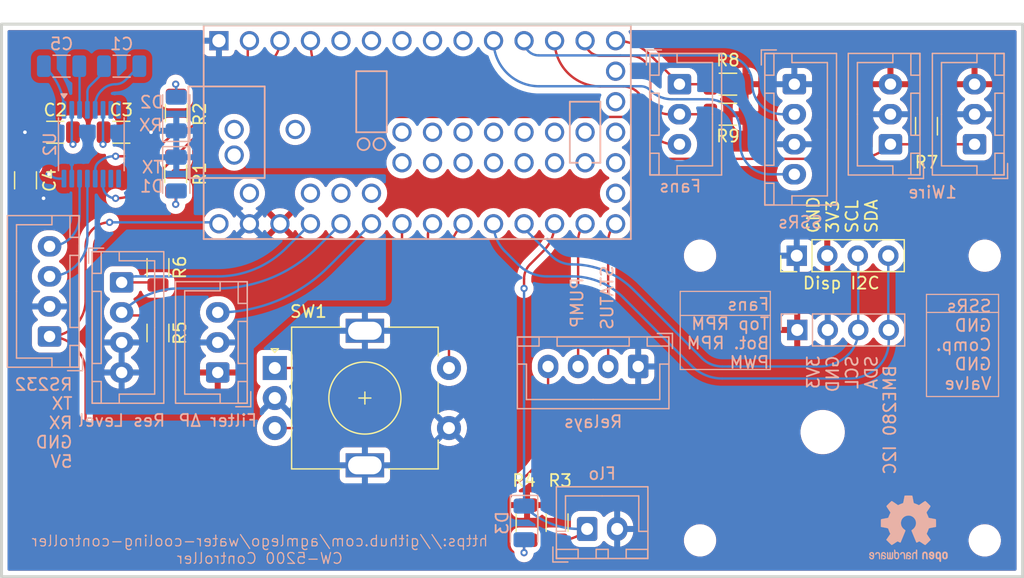
<source format=kicad_pcb>
(kicad_pcb (version 20240108) (generator "pcbnew") (generator_version "8.0")
  (title_block (title "CW-5200 Controller") (date "2024-08-01") (company "AGMLego") (comment 1 "https://github.com/agmlego/water-cooling-controller"))
  (layers (0 "F.Cu" signal) (31 "B.Cu" signal) (34 "B.Paste" user) (35 "F.Paste" user) (36 "B.SilkS" user "B.Silkscreen") (37 "F.SilkS" user "F.Silkscreen") (38 "B.Mask" user) (39 "F.Mask" user) (44 "Edge.Cuts" user))
  (net 0 "")
  (net 1 "Net-(U2-C2+)")
  (net 2 "Net-(U2-C2-)")
  (net 3 "GND")
  (net 4 "Net-(U2-VS+)")
  (net 5 "Net-(U2-VS-)")
  (net 6 "+3.3V")
  (net 7 "Net-(U2-C1-)")
  (net 8 "Net-(U2-C1+)")
  (net 9 "Net-(D1-A)")
  (net 10 "Net-(D2-A)")
  (net 11 "FLOW_OK")
  (net 12 "Net-(D3-A)")
  (net 13 "I2C_SCL")
  (net 14 "I2C_SDA")
  (net 15 "RES_LEVEL")
  (net 16 "RES_TCOMP")
  (net 17 "GNDA")
  (net 18 "FILTER_DP")
  (net 19 "TOP_RPM")
  (net 20 "BOTTOM_RPM")
  (net 21 "FAN_PWM")
  (net 22 "1WIRE")
  (net 23 "PUMP_RELAY")
  (net 24 "STATUS_RELAY")
  (net 25 "+5V")
  (net 26 "COMPRESSOR_RELAY")
  (net 27 "VALVE_RELAY")
  (net 28 "/232RX")
  (net 29 "/232TX")
  (net 30 "/TTLTX")
  (net 31 "/TTLRX")
  (net 32 "ENC_A")
  (net 33 "ENC_B")
  (net 34 "ENC_SW")
  (footprint "Resistor_SMD:R_1206_3216Metric" (layer "F.Cu") (at 106.525 116.25 -90)
    (property "Reference" "R6" (at 0 -1.82 90) (layer "F.SilkS"))
    (property "Value" "1.2k")
    (pad "1" smd roundrect (at -1.4625 0 270) (size 1.125 1.75) (layers "F.Cu" "F.Paste" "F.Mask") (roundrect_rratio 0.222222) (net 6 "+3.3V"))
    (pad "2" smd roundrect (at 1.4625 0 270) (size 1.125 1.75) (layers "F.Cu" "F.Paste" "F.Mask") (roundrect_rratio 0.222222) (net 15 "RES_LEVEL"))
  )
  (footprint "Resistor_SMD:R_1206_3216Metric" (layer "F.Cu") (at 153.9725 103.5 180)
    (property "Reference" "R9" (at 0 -1.82 360) (layer "F.SilkS"))
    (property "Value" "10k")
    (pad "1" smd roundrect (at -1.4625 0 180) (size 1.125 1.75) (layers "F.Cu" "F.Paste" "F.Mask") (roundrect_rratio 0.222222) (net 6 "+3.3V"))
    (pad "2" smd roundrect (at 1.4625 0 180) (size 1.125 1.75) (layers "F.Cu" "F.Paste" "F.Mask") (roundrect_rratio 0.222222) (net 20 "BOTTOM_RPM"))
  )
  (footprint "Resistor_SMD:R_1206_3216Metric" (layer "F.Cu") (at 153.9725 101 180)
    (property "Reference" "R8" (at 0 2 360) (layer "F.SilkS"))
    (property "Value" "10k")
    (pad "1" smd roundrect (at -1.4625 0 180) (size 1.125 1.75) (layers "F.Cu" "F.Paste" "F.Mask") (roundrect_rratio 0.222222) (net 6 "+3.3V"))
    (pad "2" smd roundrect (at 1.4625 0 180) (size 1.125 1.75) (layers "F.Cu" "F.Paste" "F.Mask") (roundrect_rratio 0.222222) (net 19 "TOP_RPM"))
  )
  (footprint "Capacitor_SMD:C_1206_3216Metric" (layer "F.Cu") (at 95.5 109 90)
    (property "Reference" "C4" (at 0 2 90) (layer "F.SilkS"))
    (property "Value" "0.1uF")
    (pad "1" smd roundrect (at -1.475 0 90) (size 1.15 1.8) (layers "F.Cu" "F.Paste" "F.Mask") (roundrect_rratio 0.217391) (net 3 "GND"))
    (pad "2" smd roundrect (at 1.475 0 90) (size 1.15 1.8) (layers "F.Cu" "F.Paste" "F.Mask") (roundrect_rratio 0.217391) (net 6 "+3.3V"))
  )
  (footprint "MountingHole:MountingHole_2.2mm_M2" (layer "F.Cu") (at 175.35 115.276)
    (property "Reference" "H4" (hide yes))
    (property "Value" "OLED" (hide yes))
    (pad "" np_thru_hole circle (at 0 0) (size 2.2 2.2) (drill 2.2) (layers "F&B.Cu" "*.Mask"))
  )
  (footprint "Resistor_SMD:R_1206_3216Metric" (layer "F.Cu") (at 106.525 121.7125 -90)
    (property "Reference" "R5" (at 0 -1.82 90) (layer "F.SilkS"))
    (property "Value" "1.2k")
    (pad "1" smd roundrect (at -1.4625 0 270) (size 1.125 1.75) (layers "F.Cu" "F.Paste" "F.Mask") (roundrect_rratio 0.222222) (net 16 "RES_TCOMP"))
    (pad "2" smd roundrect (at 1.4625 0 270) (size 1.125 1.75) (layers "F.Cu" "F.Paste" "F.Mask") (roundrect_rratio 0.222222) (net 6 "+3.3V"))
  )
  (footprint "Resistor_SMD:R_1206_3216Metric" (layer "F.Cu") (at 170.5 104.5 90)
    (property "Reference" "R7" (at -3 0 180) (layer "F.SilkS"))
    (property "Value" "4.7k")
    (pad "1" smd roundrect (at -1.4625 0 90) (size 1.125 1.75) (layers "F.Cu" "F.Paste" "F.Mask") (roundrect_rratio 0.222222) (net 22 "1WIRE"))
    (pad "2" smd roundrect (at 1.4625 0 90) (size 1.125 1.75) (layers "F.Cu" "F.Paste" "F.Mask") (roundrect_rratio 0.222222) (net 6 "+3.3V"))
  )
  (footprint "Resistor_SMD:R_1206_3216Metric" (layer "F.Cu") (at 139.75 137.5 -90)
    (property "Reference" "R3" (at -3.5 -0.25 180) (layer "F.SilkS"))
    (property "Value" "10k")
    (pad "1" smd roundrect (at -1.4625 0 270) (size 1.125 1.75) (layers "F.Cu" "F.Paste" "F.Mask") (roundrect_rratio 0.222222) (net 6 "+3.3V"))
    (pad "2" smd roundrect (at 1.4625 0 270) (size 1.125 1.75) (layers "F.Cu" "F.Paste" "F.Mask") (roundrect_rratio 0.222222) (net 11 "FLOW_OK"))
  )
  (footprint "Resistor_SMD:R_1206_3216Metric" (layer "F.Cu") (at 108.05 103.4025 90)
    (property "Reference" "R2" (at -0.0975 1.95 90) (layer "F.SilkS"))
    (property "Value" "220")
    (pad "1" smd roundrect (at -1.4625 0 90) (size 1.125 1.75) (layers "F.Cu" "F.Paste" "F.Mask") (roundrect_rratio 0.222222) (net 31 "/TTLRX"))
    (pad "2" smd roundrect (at 1.4625 0 90) (size 1.125 1.75) (layers "F.Cu" "F.Paste" "F.Mask") (roundrect_rratio 0.222222) (net 10 "Net-(D2-A)"))
  )
  (footprint "Capacitor_SMD:C_1206_3216Metric" (layer "F.Cu") (at 97.975 105)
    (property "Reference" "C2" (at 0 -1.85 360) (layer "F.SilkS"))
    (property "Value" "0.1uF")
    (pad "1" smd roundrect (at -1.475 0) (size 1.15 1.8) (layers "F.Cu" "F.Paste" "F.Mask") (roundrect_rratio 0.217391) (net 3 "GND"))
    (pad "2" smd roundrect (at 1.475 0) (size 1.15 1.8) (layers "F.Cu" "F.Paste" "F.Mask") (roundrect_rratio 0.217391) (net 4 "Net-(U2-VS+)"))
  )
  (footprint "MountingHole:MountingHole_2.2mm_M2" (layer "F.Cu") (at 151.65 138.976)
    (property "Reference" "H5" (hide yes))
    (property "Value" "OLED" (hide yes))
    (pad "" np_thru_hole circle (at 0 0) (size 2.2 2.2) (drill 2.2) (layers "F&B.Cu" "*.Mask"))
  )
  (footprint "MountingHole:MountingHole_2.2mm_M2" (layer "F.Cu") (at 151.65 115.276)
    (property "Reference" "H3" (hide yes))
    (property "Value" "OLED" (hide yes))
    (pad "" np_thru_hole circle (at 0 0) (size 2.2 2.2) (drill 2.2) (layers "F&B.Cu" "*.Mask"))
  )
  (footprint "Rotary_Encoder:RotaryEncoder_Alps_EC11E-Switch_Vertical_H20mm" (layer "F.Cu") (at 116.25 124.626)
    (property "Reference" "SW1" (at 2.8 -4.7 0) (layer "F.SilkS"))
    (property "Value" "EC11E18244A5")
    (pad "A" thru_hole rect (at 0 0) (size 2 2) (drill 1) (layers "*.Cu" "*.Mask") (net 32 "ENC_A"))
    (pad "B" thru_hole circle (at 0 5) (size 2 2) (drill 1) (layers "*.Cu" "*.Mask") (net 33 "ENC_B"))
    (pad "C" thru_hole circle (at 0 2.5) (size 2 2) (drill 1) (layers "*.Cu" "*.Mask") (net 3 "GND"))
    (pad "MP" thru_hole rect (at 7.5 -3.1) (size 3.2 2) (drill oval 2.8 1.5) (layers "*.Cu" "*.Mask") (net 3 "GND"))
    (pad "MP" thru_hole rect (at 7.5 8.1) (size 3.2 2) (drill oval 2.8 1.5) (layers "*.Cu" "*.Mask") (net 3 "GND"))
    (pad "S1" thru_hole circle (at 14.5 5) (size 2 2) (drill 1) (layers "*.Cu" "*.Mask") (net 3 "GND"))
    (pad "S2" thru_hole circle (at 14.5 0) (size 2 2) (drill 1) (layers "*.Cu" "*.Mask") (net 34 "ENC_SW"))
  )
  (footprint "MountingHole:MountingHole_3.2mm_M3" (layer "F.Cu") (at 161.859 129.96)
    (property "Reference" "H7" (hide yes))
    (property "Value" "BME280" (hide yes))
    (pad "" np_thru_hole circle (at 0 0) (size 3.2 3.2) (drill 3.2) (layers "F&B.Cu" "*.Mask"))
  )
  (footprint "Connector_PinHeader_2.54mm:PinHeader_1x04_P2.54mm_Vertical" (layer "F.Cu") (at 159.7 115.276 90)
    (property "Reference" "J2" (hide yes))
    (property "Value" "Disp I2C" (at -2.286 3.7084 180) (layer "F.SilkS"))
    (pad "1" thru_hole rect (at 0 0 90) (size 1.7 1.7) (drill 1) (layers "*.Cu" "*.Mask") (net 3 "GND"))
    (pad "2" thru_hole oval (at 0 2.54 90) (size 1.7 1.7) (drill 1) (layers "*.Cu" "*.Mask") (net 6 "+3.3V"))
    (pad "3" thru_hole oval (at 0 5.08 90) (size 1.7 1.7) (drill 1) (layers "*.Cu" "*.Mask") (net 13 "I2C_SCL"))
    (pad "4" thru_hole oval (at 0 7.62 90) (size 1.7 1.7) (drill 1) (layers "*.Cu" "*.Mask") (net 14 "I2C_SDA"))
  )
  (footprint "Capacitor_SMD:C_1206_3216Metric" (layer "F.Cu") (at 103.475 105)
    (property "Reference" "C3" (at 0 -1.85 360) (layer "F.SilkS"))
    (property "Value" "0.1uF")
    (pad "1" smd roundrect (at -1.475 0) (size 1.15 1.8) (layers "F.Cu" "F.Paste" "F.Mask") (roundrect_rratio 0.217391) (net 5 "Net-(U2-VS-)"))
    (pad "2" smd roundrect (at 1.475 0) (size 1.15 1.8) (layers "F.Cu" "F.Paste" "F.Mask") (roundrect_rratio 0.217391) (net 3 "GND"))
  )
  (footprint "Resistor_SMD:R_1206_3216Metric" (layer "F.Cu") (at 137.25 137.5 -90)
    (property "Reference" "R4" (at -3.5 0.25 180) (layer "F.SilkS"))
    (property "Value" "220")
    (pad "1" smd roundrect (at -1.4625 0 270) (size 1.125 1.75) (layers "F.Cu" "F.Paste" "F.Mask") (roundrect_rratio 0.222222) (net 6 "+3.3V"))
    (pad "2" smd roundrect (at 1.4625 0 270) (size 1.125 1.75) (layers "F.Cu" "F.Paste" "F.Mask") (roundrect_rratio 0.222222) (net 12 "Net-(D3-A)"))
  )
  (footprint "Resistor_SMD:R_1206_3216Metric" (layer "F.Cu") (at 108 108.4625 -90)
    (property "Reference" "R1" (at 0 -2 90) (layer "F.SilkS"))
    (property "Value" "220")
    (pad "1" smd roundrect (at -1.4625 0 270) (size 1.125 1.75) (layers "F.Cu" "F.Paste" "F.Mask") (roundrect_rratio 0.222222) (net 30 "/TTLTX"))
    (pad "2" smd roundrect (at 1.4625 0 270) (size 1.125 1.75) (layers "F.Cu" "F.Paste" "F.Mask") (roundrect_rratio 0.222222) (net 9 "Net-(D1-A)"))
  )
  (footprint "MountingHole:MountingHole_2.2mm_M2" (layer "F.Cu") (at 175.35 138.976)
    (property "Reference" "H6" (hide yes))
    (property "Value" "OLED" (hide yes))
    (pad "" np_thru_hole circle (at 0 0) (size 2.2 2.2) (drill 2.2) (layers "F&B.Cu" "*.Mask"))
  )
  (footprint "Connector_JST:JST_XH_B3B-XH-A_1x03_P2.50mm_Vertical" (layer "B.Cu") (at 167.5 106 90)
    (property "Reference" "J7" (hide yes))
    (property "Value" "1Wire" (at -4 3.5 0) (layer "B.SilkS") (effects (justify mirror)))
    (pad "1" thru_hole roundrect (at 0 0 90) (size 1.7 1.95) (drill 0.95) (layers "*.Cu" "*.Mask") (roundrect_rratio 0.147059) (net 22 "1WIRE"))
    (pad "2" thru_hole oval (at 2.5 0 90) (size 1.7 1.95) (drill 0.95) (layers "*.Cu" "*.Mask") (net 3 "GND"))
    (pad "3" thru_hole oval (at 5 0 90) (size 1.7 1.95) (drill 0.95) (layers "*.Cu" "*.Mask") (net 6 "+3.3V"))
  )
  (footprint "Capacitor_SMD:C_1206_3216Metric" (layer "B.Cu") (at 103.5 99.5 180)
    (property "Reference" "C1" (at 0 1.85 360) (layer "B.SilkS") (effects (justify mirror)))
    (property "Value" "0.1uF")
    (pad "1" smd roundrect (at -1.475 0 180) (size 1.15 1.8) (layers "B.Cu" "B.Paste" "B.Mask") (roundrect_rratio 0.217391) (net 2 "Net-(U2-C2-)"))
    (pad "2" smd roundrect (at 1.475 0 180) (size 1.15 1.8) (layers "B.Cu" "B.Paste" "B.Mask") (roundrect_rratio 0.217391) (net 1 "Net-(U2-C2+)"))
  )
  (footprint "Capacitor_SMD:C_1206_3216Metric" (layer "B.Cu") (at 98.5 99.5 180)
    (property "Reference" "C5" (at 0 1.85 360) (layer "B.SilkS") (effects (justify mirror)))
    (property "Value" "0.1uF")
    (pad "1" smd roundrect (at -1.475 0 180) (size 1.15 1.8) (layers "B.Cu" "B.Paste" "B.Mask") (roundrect_rratio 0.217391) (net 7 "Net-(U2-C1-)"))
    (pad "2" smd roundrect (at 1.475 0 180) (size 1.15 1.8) (layers "B.Cu" "B.Paste" "B.Mask") (roundrect_rratio 0.217391) (net 8 "Net-(U2-C1+)"))
  )
  (footprint "Symbol:OSHW-Logo2_7.3x6mm_SilkScreen" (layer "B.Cu") (at 169 138 180)
    (property "Reference" "REF**" (hide yes))
    (property "Value" "OSHW-Logo2_7.3x6mm_SilkScreen" (hide yes))
  )
  (footprint "Connector_JST:JST_XH_B4B-XH-A_1x04_P2.50mm_Vertical" (layer "B.Cu") (at 103.5 117.5 -90)
    (property "Reference" "J4" (hide yes))
    (property "Value" "Res Level" (at 11.5 0 0) (layer "B.SilkS") (effects (justify mirror)))
    (pad "1" thru_hole roundrect (at 0 0 270) (size 1.7 1.95) (drill 0.95) (layers "*.Cu" "*.Mask") (roundrect_rratio 0.147059) (net 15 "RES_LEVEL"))
    (pad "2" thru_hole oval (at 2.5 0 270) (size 1.7 1.95) (drill 0.95) (layers "*.Cu" "*.Mask") (net 16 "RES_TCOMP"))
    (pad "3" thru_hole oval (at 5 0 270) (size 1.7 1.95) (drill 0.95) (layers "*.Cu" "*.Mask") (net 17 "GNDA"))
    (pad "4" thru_hole oval (at 7.5 0 270) (size 1.7 1.95) (drill 0.95) (layers "*.Cu" "*.Mask") (net 17 "GNDA"))
  )
  (footprint "Connector_JST:JST_XH_B4B-XH-A_1x04_P2.50mm_Vertical" (layer "B.Cu") (at 97.5 122 90)
    (property "Reference" "J11" (hide yes))
    (property "Value" "RS232" (at -4 -0.5 0) (layer "B.SilkS") (effects (justify mirror)))
    (pad "1" thru_hole roundrect (at 0 0 90) (size 1.7 1.95) (drill 0.95) (layers "*.Cu" "*.Mask") (roundrect_rratio 0.147059) (net 25 "+5V"))
    (pad "2" thru_hole oval (at 2.5 0 90) (size 1.7 1.95) (drill 0.95) (layers "*.Cu" "*.Mask") (net 3 "GND"))
    (pad "3" thru_hole oval (at 5 0 90) (size 1.7 1.95) (drill 0.95) (layers "*.Cu" "*.Mask") (net 28 "/232RX"))
    (pad "4" thru_hole oval (at 7.5 0 90) (size 1.7 1.95) (drill 0.95) (layers "*.Cu" "*.Mask") (net 29 "/232TX"))
  )
  (footprint "Teensy:Teensy30_31_32_All_Pins" (layer "B.Cu") (at 128.11 105)
    (property "Reference" "U1" (hide yes))
    (property "Value" "Teensy3.2")
    (pad "1" thru_hole rect (at -16.51 -7.62) (size 1.6 1.6) (drill 1.1) (layers "*.Cu" "*.Mask") (net 3 "GND"))
    (pad "2" thru_hole circle (at -13.97 -7.62) (size 1.6 1.6) (drill 1.1) (layers "*.Cu" "*.Mask") (net 31 "/TTLRX"))
    (pad "3" thru_hole circle (at -11.43 -7.62) (size 1.6 1.6) (drill 1.1) (layers "*.Cu" "*.Mask") (net 30 "/TTLTX"))
    (pad "4" thru_hole circle (at -8.89 -7.62) (size 1.6 1.6) (drill 1.1) (layers "*.Cu" "*.Mask") (net 22 "1WIRE"))
    (pad "5" thru_hole circle (at -6.35 -7.62) (size 1.6 1.6) (drill 1.1) (layers "*.Cu" "*.Mask"))
    (pad "6" thru_hole circle (at -3.81 -7.62) (size 1.6 1.6) (drill 1.1) (layers "*.Cu" "*.Mask"))
    (pad "7" thru_hole circle (at -1.27 -7.62) (size 1.6 1.6) (drill 1.1) (layers "*.Cu" "*.Mask"))
    (pad "8" thru_hole circle (at 1.27 -7.62) (size 1.6 1.6) (drill 1.1) (layers "*.Cu" "*.Mask"))
    (pad "9" thru_hole circle (at 3.81 -7.62) (size 1.6 1.6) (drill 1.1) (layers "*.Cu" "*.Mask"))
    (pad "10" thru_hole circle (at 6.35 -7.62) (size 1.6 1.6) (drill 1.1) (layers "*.Cu" "*.Mask") (net 27 "VALVE_RELAY"))
    (pad "11" thru_hole circle (at 8.89 -7.62) (size 1.6 1.6) (drill 1.1) (layers "*.Cu" "*.Mask") (net 26 "COMPRESSOR_RELAY"))
    (pad "12" thru_hole circle (at 11.43 -7.62) (size 1.6 1.6) (drill 1.1) (layers "*.Cu" "*.Mask") (net 21 "FAN_PWM"))
    (pad "13" thru_hole circle (at 13.97 -7.62) (size 1.6 1.6) (drill 1.1) (layers "*.Cu" "*.Mask") (net 20 "BOTTOM_RPM"))
    (pad "14" thru_hole circle (at 16.51 -7.62) (size 1.6 1.6) (drill 1.1) (layers "*.Cu" "*.Mask") (net 19 "TOP_RPM"))
    (pad "15" thru_hole circle (at 16.51 -5.08) (size 1.6 1.6) (drill 1.1) (layers "*.Cu" "*.Mask"))
    (pad "16" thru_hole circle (at 16.51 -2.54) (size 1.6 1.6) (drill 1.1) (layers "*.Cu" "*.Mask"))
    (pad "17" thru_hole circle (at 16.51 0) (size 1.6 1.6) (drill 1.1) (layers "*.Cu" "*.Mask"))
    (pad "18" thru_hole circle (at 16.51 2.54) (size 1.6 1.6) (drill 1.1) (layers "*.Cu" "*.Mask"))
    (pad "19" thru_hole circle (at 16.51 5.08) (size 1.6 1.6) (drill 1.1) (layers "*.Cu" "*.Mask"))
    (pad "20" thru_hole circle (at 16.51 7.62) (size 1.6 1.6) (drill 1.1) (layers "*.Cu" "*.Mask") (net 24 "STATUS_RELAY"))
    (pad "21" thru_hole circle (at 13.97 7.62) (size 1.6 1.6) (drill 1.1) (layers "*.Cu" "*.Mask") (net 23 "PUMP_RELAY"))
    (pad "22" thru_hole circle (at 11.43 7.62) (size 1.6 1.6) (drill 1.1) (layers "*.Cu" "*.Mask") (net 11 "FLOW_OK"))
    (pad "23" thru_hole circle (at 8.89 7.62) (size 1.6 1.6) (drill 1.1) (layers "*.Cu" "*.Mask") (net 13 "I2C_SCL"))
    (pad "24" thru_hole circle (at 6.35 7.62) (size 1.6 1.6) (drill 1.1) (layers "*.Cu" "*.Mask") (net 14 "I2C_SDA"))
    (pad "25" thru_hole circle (at 3.81 7.62) (size 1.6 1.6) (drill 1.1) (layers "*.Cu" "*.Mask") (net 34 "ENC_SW"))
    (pad "26" thru_hole circle (at 1.27 7.62) (size 1.6 1.6) (drill 1.1) (layers "*.Cu" "*.Mask") (net 33 "ENC_B"))
    (pad "27" thru_hole circle (at -1.27 7.62) (size 1.6 1.6) (drill 1.1) (layers "*.Cu" "*.Mask") (net 32 "ENC_A"))
    (pad "28" thru_hole circle (at -3.81 7.62) (size 1.6 1.6) (drill 1.1) (layers "*.Cu" "*.Mask") (net 18 "FILTER_DP"))
    (pad "29" thru_hole circle (at -6.35 7.62) (size 1.6 1.6) (drill 1.1) (layers "*.Cu" "*.Mask") (net 16 "RES_TCOMP"))
    (pad "30" thru_hole circle (at -8.89 7.62) (size 1.6 1.6) (drill 1.1) (layers "*.Cu" "*.Mask") (net 15 "RES_LEVEL"))
    (pad "31" thru_hole circle (at -11.43 7.62) (size 1.6 1.6) (drill 1.1) (layers "*.Cu" "*.Mask") (net 6 "+3.3V"))
    (pad "32" thru_hole circle (at -13.97 7.62) (size 1.6 1.6) (drill 1.1) (layers "*.Cu" "*.Mask") (net 17 "GNDA"))
    (pad "33" thru_hole circle (at -16.51 7.62) (size 1.6 1.6) (drill 1.1) (layers "*.Cu" "*.Mask") (net 25 "+5V"))
    (pad "34" thru_hole circle (at -13.97 5.08) (size 1.6 1.6) (drill 1.1) (layers "*.Cu" "*.Mask"))
    (pad "35" thru_hole circle (at -8.89 5.08) (size 1.6 1.6) (drill 1.1) (layers "*.Cu" "*.Mask"))
    (pad "36" thru_hole circle (at -6.35 5.08) (size 1.6 1.6) (drill 1.1) (layers "*.Cu" "*.Mask"))
    (pad "37" thru_hole circle (at -3.81 5.08) (size 1.6 1.6) (drill 1.1) (layers "*.Cu" "*.Mask"))
    (pad "38" thru_hole circle (at -10.16 -0.23) (size 1.6 1.6) (drill 1.1) (layers "*.Cu" "*.Mask"))
    (pad "39" thru_hole circle (at -15.24 -0.23) (size 1.6 1.6) (drill 1.1) (layers "*.Cu" "*.Mask"))
    (pad "40" thru_hole circle (at -15.24 1.9) (size 1.6 1.6) (drill 1.1) (layers "*.Cu" "*.Mask"))
    (pad "41" thru_hole circle (at -1.27 2.54) (size 1.6 1.6) (drill 1.1) (layers "*.Cu" "*.Mask"))
    (pad "42" thru_hole circle (at 1.27 2.54) (size 1.6 1.6) (drill 1.1) (layers "*.Cu" "*.Mask"))
    (pad "43" thru_hole circle (at 3.81 2.54) (size 1.6 1.6) (drill 1.1) (layers "*.Cu" "*.Mask"))
    (pad "44" thru_hole circle (at 6.35 2.54 270) (size 1.6 1.6) (drill 1.1) (layers "*.Cu" "*.Mask"))
    (pad "45" thru_hole circle (at 8.89 2.54) (size 1.6 1.6) (drill 1.1) (layers "*.Cu" "*.Mask"))
    (pad "46" thru_hole circle (at 11.43 2.54) (size 1.6 1.6) (drill 1.1) (layers "*.Cu" "*.Mask"))
    (pad "47" thru_hole circle (at 13.97 2.54) (size 1.6 1.6) (drill 1.1) (layers "*.Cu" "*.Mask"))
    (pad "48" thru_hole circle (at 13.97 0) (size 1.6 1.6) (drill 1.1) (layers "*.Cu" "*.Mask"))
    (pad "49" thru_hole circle (at 11.43 0) (size 1.6 1.6) (drill 1.1) (layers "*.Cu" "*.Mask"))
    (pad "50" thru_hole circle (at 8.89 0) (size 1.6 1.6) (drill 1.1) (layers "*.Cu" "*.Mask"))
    (pad "51" thru_hole circle (at 6.35 0) (size 1.6 1.6) (drill 1.1) (layers "*.Cu" "*.Mask"))
    (pad "52" thru_hole circle (at 3.81 0) (size 1.6 1.6) (drill 1.1) (layers "*.Cu" "*.Mask"))
    (pad "53" thru_hole circle (at 1.27 0) (size 1.6 1.6) (drill 1.1) (layers "*.Cu" "*.Mask"))
    (pad "54" thru_hole circle (at -1.27 0) (size 1.6 1.6) (drill 1.1) (layers "*.Cu" "*.Mask"))
  )
  (footprint "LED_SMD:LED_1206_3216Metric" (layer "B.Cu") (at 137 137.52 -90)
    (property "Reference" "D3" (at 0 1.82 90) (layer "B.SilkS") (effects (justify mirror)))
    (property "Value" "GREEN")
    (pad "1" smd roundrect (at -1.4 0 270) (size 1.25 1.75) (layers "B.Cu" "B.Paste" "B.Mask") (roundrect_rratio 0.2) (net 11 "FLOW_OK"))
    (pad "2" smd roundrect (at 1.4 0 270) (size 1.25 1.75) (layers "B.Cu" "B.Paste" "B.Mask") (roundrect_rratio 0.2) (net 12 "Net-(D3-A)"))
  )
  (footprint "LED_SMD:LED_1206_3216Metric" (layer "B.Cu") (at 108.05 103.4825 90)
    (property "Reference" "D2" (at 0.9825 -2.05 0) (layer "B.SilkS") (effects (justify mirror)))
    (property "Value" "GREEN")
    (pad "1" smd roundrect (at -1.4 0 90) (size 1.25 1.75) (layers "B.Cu" "B.Paste" "B.Mask") (roundrect_rratio 0.2) (net 3 "GND"))
    (pad "2" smd roundrect (at 1.4 0 90) (size 1.25 1.75) (layers "B.Cu" "B.Paste" "B.Mask") (roundrect_rratio 0.2) (net 10 "Net-(D2-A)"))
  )
  (footprint "Connector_PinHeader_2.54mm:PinHeader_1x04_P2.54mm_Vertical" (layer "B.Cu") (at 159.739 121.46 -90)
    (property "Reference" "J1" (hide yes))
    (property "Value" "BME280 I2C" (at 7.484 -7.708 90) (layer "B.SilkS") (effects (justify mirror)))
    (pad "1" thru_hole rect (at 0 0 270) (size 1.7 1.7) (drill 1) (layers "*.Cu" "*.Mask") (net 6 "+3.3V"))
    (pad "2" thru_hole oval (at 0 -2.54 270) (size 1.7 1.7) (drill 1) (layers "*.Cu" "*.Mask") (net 3 "GND"))
    (pad "3" thru_hole oval (at 0 -5.08 270) (size 1.7 1.7) (drill 1) (layers "*.Cu" "*.Mask") (net 13 "I2C_SCL"))
    (pad "4" thru_hole oval (at 0 -7.62 270) (size 1.7 1.7) (drill 1) (layers "*.Cu" "*.Mask") (net 14 "I2C_SDA"))
  )
  (footprint "LED_SMD:LED_1206_3216Metric" (layer "B.Cu") (at 108.05 108.4825 -90)
    (property "Reference" "D1" (at 1.0175 2.05 0) (layer "B.SilkS") (effects (justify mirror)))
    (property "Value" "GREEN")
    (pad "1" smd roundrect (at -1.4 0 270) (size 1.25 1.75) (layers "B.Cu" "B.Paste" "B.Mask") (roundrect_rratio 0.2) (net 3 "GND"))
    (pad "2" smd roundrect (at 1.4 0 270) (size 1.25 1.75) (layers "B.Cu" "B.Paste" "B.Mask") (roundrect_rratio 0.2) (net 9 "Net-(D1-A)"))
  )
  (footprint "Connector_JST:JST_XH_B4B-XH-A_1x04_P2.50mm_Vertical" (layer "B.Cu") (at 146.5 124.5 180)
    (property "Reference" "J9" (hide yes))
    (property "Value" "Relays" (at 3.75 -4.6 360) (layer "B.SilkS") (effects (justify mirror)))
    (pad "1" thru_hole roundrect (at 0 0 180) (size 1.7 1.95) (drill 0.95) (layers "*.Cu" "*.Mask") (roundrect_rratio 0.147059) (net 3 "GND"))
    (pad "2" thru_hole oval (at 2.5 0 180) (size 1.7 1.95) (drill 0.95) (layers "*.Cu" "*.Mask") (net 24 "STATUS_RELAY"))
    (pad "3" thru_hole oval (at 5 0 180) (size 1.7 1.95) (drill 0.95) (layers "*.Cu" "*.Mask") (net 23 "PUMP_RELAY"))
    (pad "4" thru_hole oval (at 7.5 0 180) (size 1.7 1.95) (drill 0.95) (layers "*.Cu" "*.Mask") (net 25 "+5V"))
  )
  (footprint "Connector_JST:JST_XH_B3B-XH-A_1x03_P2.50mm_Vertical" (layer "B.Cu") (at 149.935 101 -90)
    (property "Reference" "J6" (hide yes))
    (property "Value" "Fans" (at 8.5 -0.065 0) (layer "B.SilkS") (effects (justify mirror)))
    (pad "1" thru_hole roundrect (at 0 0 270) (size 1.7 1.95) (drill 0.95) (layers "*.Cu" "*.Mask") (roundrect_rratio 0.147059) (net 19 "TOP_RPM"))
    (pad "2" thru_hole oval (at 2.5 0 270) (size 1.7 1.95) (drill 0.95) (layers "*.Cu" "*.Mask") (net 20 "BOTTOM_RPM"))
    (pad "3" thru_hole oval (at 5 0 270) (size 1.7 1.95) (drill 0.95) (layers "*.Cu" "*.Mask") (net 21 "FAN_PWM"))
  )
  (footprint "Connector_JST:JST_XH_B4B-XH-A_1x04_P2.50mm_Vertical" (layer "B.Cu") (at 159.5 101 -90)
    (property "Reference" "J10" (hide yes))
    (property "Value" "SSRs" (at 11.5 -0.5 0) (layer "B.SilkS") (effects (justify mirror)))
    (pad "1" thru_hole roundrect (at 0 0 270) (size 1.7 1.95) (drill 0.95) (layers "*.Cu" "*.Mask") (roundrect_rratio 0.147059) (net 3 "GND"))
    (pad "2" thru_hole oval (at 2.5 0 270) (size 1.7 1.95) (drill 0.95) (layers "*.Cu" "*.Mask") (net 26 "COMPRESSOR_RELAY"))
    (pad "3" thru_hole oval (at 5 0 270) (size 1.7 1.95) (drill 0.95) (layers "*.Cu" "*.Mask") (net 3 "GND"))
    (pad "4" thru_hole oval (at 7.5 0 270) (size 1.7 1.95) (drill 0.95) (layers "*.Cu" "*.Mask") (net 27 "VALVE_RELAY"))
  )
  (footprint "Connector_JST:JST_XH_B3B-XH-A_1x03_P2.50mm_Vertical" (layer "B.Cu") (at 111.5 125 90)
    (property "Reference" "J5" (hide yes))
    (property "Value" "Filter ΔP" (at -4 0 0) (layer "B.SilkS") (effects (justify mirror)))
    (pad "1" thru_hole roundrect (at 0 0 90) (size 1.7 1.95) (drill 0.95) (layers "*.Cu" "*.Mask") (roundrect_rratio 0.147059) (net 6 "+3.3V"))
    (pad "2" thru_hole oval (at 2.5 0 90) (size 1.7 1.95) (drill 0.95) (layers "*.Cu" "*.Mask") (net 17 "GNDA"))
    (pad "3" thru_hole oval (at 5 0 90) (size 1.7 1.95) (drill 0.95) (layers "*.Cu" "*.Mask") (net 18 "FILTER_DP"))
  )
  (footprint "Connector_JST:JST_XH_B3B-XH-A_1x03_P2.50mm_Vertical" (layer "B.Cu") (at 174.5 106 90)
    (property "Reference" "J8" (hide yes))
    (property "Value" "1Wire")
    (pad "1" thru_hole roundrect (at 0 0 90) (size 1.7 1.95) (drill 0.95) (layers "*.Cu" "*.Mask") (roundrect_rratio 0.147059) (net 22 "1WIRE"))
    (pad "2" thru_hole oval (at 2.5 0 90) (size 1.7 1.95) (drill 0.95) (layers "*.Cu" "*.Mask") (net 3 "GND"))
    (pad "3" thru_hole oval (at 5 0 90) (size 1.7 1.95) (drill 0.95) (layers "*.Cu" "*.Mask") (net 6 "+3.3V"))
  )
  (footprint "Connector_JST:JST_XH_B2B-XH-A_1x02_P2.50mm_Vertical" (layer "B.Cu") (at 142.25 138.025)
    (property "Reference" "J3" (hide yes))
    (property "Value" "Flo" (at 1.25 -4.6 360) (layer "B.SilkS") (effects (justify mirror)))
    (pad "1" thru_hole roundrect (at 0 0) (size 1.7 2) (drill 1) (layers "*.Cu" "*.Mask") (roundrect_rratio 0.147059) (net 11 "FLOW_OK"))
    (pad "2" thru_hole oval (at 2.5 0) (size 1.7 2) (drill 1) (layers "*.Cu" "*.Mask") (net 3 "GND"))
  )
  (footprint "Package_SO:TSSOP-16_4.4x5mm_P0.65mm" (layer "B.Cu") (at 100.975 106 -90)
    (property "Reference" "U2" (at 0 3.45 90) (layer "B.SilkS") (effects (justify mirror)))
    (property "Value" "MAX3232")
    (pad "1" smd roundrect (at -2.8625 2.275 270) (size 1.475 0.4) (layers "B.Cu" "B.Paste" "B.Mask") (net 8 "Net-(U2-C1+)"))
    (pad "2" smd roundrect (at -2.8625 1.625 270) (size 1.475 0.4) (layers "B.Cu" "B.Paste" "B.Mask") (net 4 "Net-(U2-VS+)"))
    (pad "3" smd roundrect (at -2.8625 0.975 270) (size 1.475 0.4) (layers "B.Cu" "B.Paste" "B.Mask") (net 7 "Net-(U2-C1-)"))
    (pad "4" smd roundrect (at -2.8625 0.325 270) (size 1.475 0.4) (layers "B.Cu" "B.Paste" "B.Mask") (net 1 "Net-(U2-C2+)"))
    (pad "5" smd roundrect (at -2.8625 -0.325 270) (size 1.475 0.4) (layers "B.Cu" "B.Paste" "B.Mask") (net 2 "Net-(U2-C2-)"))
    (pad "6" smd roundrect (at -2.8625 -0.975 270) (size 1.475 0.4) (layers "B.Cu" "B.Paste" "B.Mask") (net 5 "Net-(U2-VS-)"))
    (pad "7" smd roundrect (at -2.8625 -1.625 270) (size 1.475 0.4) (layers "B.Cu" "B.Paste" "B.Mask"))
    (pad "8" smd roundrect (at -2.8625 -2.275 270) (size 1.475 0.4) (layers "B.Cu" "B.Paste" "B.Mask"))
    (pad "9" smd roundrect (at 2.8625 -2.275 270) (size 1.475 0.4) (layers "B.Cu" "B.Paste" "B.Mask"))
    (pad "10" smd roundrect (at 2.8625 -1.625 270) (size 1.475 0.4) (layers "B.Cu" "B.Paste" "B.Mask"))
    (pad "11" smd roundrect (at 2.8625 -0.975 270) (size 1.475 0.4) (layers "B.Cu" "B.Paste" "B.Mask") (net 30 "/TTLTX"))
    (pad "12" smd roundrect (at 2.8625 -0.325 270) (size 1.475 0.4) (layers "B.Cu" "B.Paste" "B.Mask") (net 31 "/TTLRX"))
    (pad "13" smd roundrect (at 2.8625 0.325 270) (size 1.475 0.4) (layers "B.Cu" "B.Paste" "B.Mask") (net 28 "/232RX"))
    (pad "14" smd roundrect (at 2.8625 0.975 270) (size 1.475 0.4) (layers "B.Cu" "B.Paste" "B.Mask") (net 29 "/232TX"))
    (pad "15" smd roundrect (at 2.8625 1.625 270) (size 1.475 0.4) (layers "B.Cu" "B.Paste" "B.Mask") (net 3 "GND"))
    (pad "16" smd roundrect (at 2.8625 2.275 270) (size 1.475 0.4) (layers "B.Cu" "B.Paste" "B.Mask") (net 6 "+3.3V"))
  )
  (gr_line (start 157.5 120.25) (end 150 120.25) (stroke (width 0.1)) (layer "B.SilkS"))
  (gr_line (start 150 118.25) (end 150 124.75) (stroke (width 0.1)) (layer "B.SilkS"))
  (gr_line (start 176.5 118.5) (end 170.5 118.5) (stroke (width 0.1)) (layer "B.SilkS"))
  (gr_line (start 176.5 120) (end 170.5 120) (stroke (width 0.1)) (layer "B.SilkS"))
  (gr_line (start 157.5 124.75) (end 157.5 118.25) (stroke (width 0.1)) (layer "B.SilkS"))
  (gr_line (start 176.5 127) (end 176.5 118.5) (stroke (width 0.1)) (layer "B.SilkS"))
  (gr_line (start 150 124.75) (end 157.5 124.75) (stroke (width 0.1)) (layer "B.SilkS"))
  (gr_line (start 170.5 118.5) (end 170.5 127) (stroke (width 0.1)) (layer "B.SilkS"))
  (gr_line (start 170.5 127) (end 176.5 127) (stroke (width 0.1)) (layer "B.SilkS"))
  (gr_line (start 157.5 118.25) (end 150 118.25) (stroke (width 0.1)) (layer "B.SilkS"))
  (gr_poly (pts (xy 93.5 96) (xy 178.5 96) (xy 178.5 142) (xy 93.5 142)) (stroke (width 0.25)) (fill none) (layer "Edge.Cuts"))
  (gr_text "RIP Sir Ciaran de Pouncealot =^.^=" (at 150 135.5 0) (layer "F.Cu") (effects (font (size 1 1) (thickness 0.1)) (justify left bottom)))
  (gr_text "TX\nRX\nGND\n5V" (at 99.5 133 0) (layer "B.SilkS") (effects (font (size 1 1)) (justify left bottom mirror)))
  (gr_text "3V3\nGND\nSCL\nSDA" (at 166.5 123.5 90) (layer "B.SilkS") (effects (font (size 1 1)) (justify left bottom mirror)))
  (gr_text "PUMP" (at 142 117 90) (layer "B.SilkS") (effects (font (size 1 1)) (justify left bottom mirror)))
  (gr_text "Fans\nTop RPM\nBot. RPM\nPWM" (at 157.5 124.75 0) (layer "B.SilkS") (effects (font (size 1 1)) (justify left bottom mirror)))
  (gr_text "TX" (at 107 108.5 0) (layer "B.SilkS") (effects (font (size 1 1)) (justify left bottom mirror)))
  (gr_text "https://github.com/agmlego/water-cooling-controller\nCW-5200 Controller" (at 115 141 0) (layer "B.SilkS") (effects (font (size 0.9 0.9) (thickness 0.1)) (justify bottom mirror)))
  (gr_text "SSRs\nGND\nComp.\nGND\nValve" (at 176 126.5 0) (layer "B.SilkS") (effects (font (size 1 1)) (justify left bottom mirror)))
  (gr_text "RX" (at 107 105 0) (layer "B.SilkS") (effects (font (size 1 1)) (justify left bottom mirror)))
  (gr_text "STATUS" (at 144.5 116 90) (layer "B.SilkS") (effects (font (size 1 1)) (justify left bottom mirror)))
  (gr_text "GND\n3V3\nSCL\nSDA" (at 166.5 113.5 90) (layer "F.SilkS") (effects (font (size 1 1)) (justify left bottom)))
  (segment (start 100.65 101.650227) (end 100.65 103.1375) (width 0.2) (layer "B.Cu") (net 1))
  (segment (start 101.689124 100.310875) (end 101 101) (width 0.2) (layer "B.Cu") (net 1))
  (segment (start 101 101) (end 100.862293 101.137707) (width 0.2) (layer "B.Cu") (net 1))
  (arc (start 102.025 99.5) (mid 101.937709 99.938843) (end 101.689124 100.310875) (width 0.2) (layer "B.Cu") (net 1))
  (arc (start 100.862293 101.137707) (mid 100.705173 101.372853) (end 100.65 101.650227) (width 0.2) (layer "B.Cu") (net 1))
  (segment (start 103.810875 100.664124) (end 104.975 99.5) (width 0.2) (layer "B.Cu") (net 2))
  (segment (start 101.3 103.1375) (end 101.3 102.753502) (width 0.2) (layer "B.Cu") (net 2))
  (segment (start 101.798137 101.550893) (end 101.888724 101.460306) (width 0.2) (layer "B.Cu") (net 2))
  (arc (start 101.888724 101.460306) (mid 102.398581 101.11963) (end 103 101) (width 0.2) (layer "B.Cu") (net 2))
  (arc (start 101.3 102.753502) (mid 101.429462 102.102655) (end 101.798137 101.550893) (width 0.2) (layer "B.Cu") (net 2))
  (arc (start 103 101) (mid 103.438843 100.912709) (end 103.810875 100.664124) (width 0.2) (layer "B.Cu") (net 2))
  (segment (start 104.95 105) (end 105.95 105) (width 0.2) (layer "F.Cu") (net 3))
  (segment (start 96.5 105) (end 95.45 105) (width 0.2) (layer "F.Cu") (net 3))
  (segment (start 95.560355 110.5) (end 97 110.5) (width 0.2) (layer "F.Cu") (net 3))
  (via (at 95.45 105) (size 0.6) (drill 0.3) (layers "F.Cu" "B.Cu") (net 3))
  (via (at 97 110.5) (size 0.6) (drill 0.3) (layers "F.Cu" "B.Cu") (net 3))
  (via (at 105.95 105) (size 0.6) (drill 0.3) (layers "F.Cu" "B.Cu") (net 3))
  (arc (start 95.5 110.475) (mid 95.527691 110.493503) (end 95.560355 110.5) (width 0.2) (layer "F.Cu") (net 3))
  (segment (start 99.35 108.8625) (end 99.35 107.241421) (width 0.2) (layer "B.Cu") (net 3))
  (arc (start 99.35 107.241421) (mid 99.375989 107.110765) (end 99.45 107) (width 0.2) (layer "B.Cu") (net 3))
  (via (at 99.45 106) (size 0.6) (drill 0.3) (layers "F.Cu" "B.Cu") (net 4))
  (segment (start 99.35 103.1375) (end 99.35 105.758579) (width 0.2) (layer "B.Cu") (net 4))
  (arc (start 99.35 105.758579) (mid 99.375989 105.889235) (end 99.45 106) (width 0.2) (layer "B.Cu") (net 4))
  (via (at 101.95 106) (size 0.6) (drill 0.3) (layers "F.Cu" "B.Cu") (net 5))
  (segment (start 101.95 103.1375) (end 101.95 106) (width 0.2) (layer "B.Cu") (net 5))
  (via (at 97.45 108.5) (size 0.6) (drill 0.3) (layers "F.Cu" "B.Cu") (net 6))
  (segment (start 98.7 108.8625) (end 98.325152 108.8625) (width 0.2) (layer "B.Cu") (net 6))
  (arc (start 98.325152 108.8625) (mid 97.851523 108.768289) (end 97.45 108.5) (width 0.2) (layer "B.Cu") (net 6))
  (segment (start 100 103.1375) (end 100 99.560355) (width 0.2) (layer "B.Cu") (net 7))
  (arc (start 100 99.560355) (mid 99.993503 99.527691) (end 99.975 99.5) (width 0.2) (layer "B.Cu") (net 7))
  (segment (start 97.312303 99.787303) (end 97.025 99.5) (width 0.2) (layer "B.Cu") (net 8))
  (arc (start 98.7 103.1375) (mid 98.339349 101.324386) (end 97.312303 99.787303) (width 0.2) (layer "B.Cu") (net 8))
  (segment (start 108 111) (end 108 109.925) (width 0.2) (layer "F.Cu") (net 9))
  (via (at 108 111) (size 0.6) (drill 0.3) (layers "F.Cu" "B.Cu") (net 9))
  (segment (start 108.05 109.8825) (end 108.05 110.95) (width 0.2) (layer "B.Cu") (net 9))
  (arc (start 108.05 110.95) (mid 108.035355 110.985355) (end 108 111) (width 0.2) (layer "B.Cu") (net 9))
  (segment (start 108.05 101.94) (end 108.05 101.05) (width 0.2) (layer "F.Cu") (net 10))
  (via (at 108 101) (size 0.6) (drill 0.3) (layers "F.Cu" "B.Cu") (net 10))
  (arc (start 108.05 101.05) (mid 108.035355 101.014645) (end 108 101) (width 0.2) (layer "F.Cu") (net 10))
  (segment (start 108.05 102.0825) (end 108.05 101.05) (width 0.2) (layer "B.Cu") (net 10))
  (arc (start 108.05 101.05) (mid 108.035355 101.014645) (end 108 101) (width 0.2) (layer "B.Cu") (net 10))
  (segment (start 139.986675 138.9625) (end 139.75 138.9625) (width 0.2) (layer "F.Cu") (net 11))
  (segment (start 137.5 116) (end 138.592477 114.907523) (width 0.2) (layer "F.Cu") (net 11))
  (segment (start 137 118) (end 137 117.207106) (width 0.2) (layer "F.Cu") (net 11))
  (via (at 137 118) (size 0.6) (drill 0.3) (layers "F.Cu" "B.Cu") (net 11))
  (arc (start 138.592477 114.907523) (mid 139.293747 113.857999) (end 139.54 112.62) (width 0.2) (layer "F.Cu") (net 11))
  (arc (start 142.25 138.025) (mid 141.211578 138.718852) (end 139.986675 138.9625) (width 0.2) (layer "F.Cu") (net 11))
  (arc (start 137 117.207106) (mid 137.129946 116.553825) (end 137.5 116) (width 0.2) (layer "F.Cu") (net 11))
  (segment (start 137 118) (end 137 136.12) (width 0.2) (layer "B.Cu") (net 11))
  (segment (start 141.599076 138.025) (end 142.25 138.025) (width 0.2) (layer "B.Cu") (net 11))
  (arc (start 137 136.12) (mid 139.110074 137.529906) (end 141.599076 138.025) (width 0.2) (layer "B.Cu") (net 11))
  (segment (start 137 140) (end 137 139.2125) (width 0.2) (layer "F.Cu") (net 12))
  (via (at 137 140) (size 0.6) (drill 0.3) (layers "F.Cu" "B.Cu") (net 12))
  (arc (start 137 139.2125) (mid 137.073223 139.035723) (end 137.25 138.9625) (width 0.2) (layer "F.Cu") (net 12))
  (segment (start 137 138.92) (end 137 140) (width 0.2) (layer "B.Cu") (net 12))
  (segment (start 161.585787 124.5) (end 154 124.5) (width 0.2) (layer "B.Cu") (net 13))
  (segment (start 139.292893 115.292893) (end 138 114) (width 0.2) (layer "B.Cu") (net 13))
  (segment (start 164.819 121.46) (end 164.819 115.370154) (width 0.2) (layer "B.Cu") (net 13))
  (segment (start 138 114) (end 137.268701 113.268701) (width 0.2) (layer "B.Cu") (net 13))
  (segment (start 151.792893 123.792893) (end 146.121321 118.121321) (width 0.2) (layer "B.Cu") (net 13))
  (segment (start 154 124.5) (end 153.5 124.5) (width 0.2) (layer "B.Cu") (net 13))
  (segment (start 164.819 121.46) (end 164.819 121.52276) (width 0.2) (layer "B.Cu") (net 13))
  (arc (start 146.121321 118.121321) (mid 143.771639 116.551313) (end 141 116) (width 0.2) (layer "B.Cu") (net 13))
  (arc (start 141 116) (mid 140.07612 115.816229) (end 139.292893 115.292893) (width 0.2) (layer "B.Cu") (net 13))
  (arc (start 137.268701 113.268701) (mid 137.069833 112.971075) (end 137 112.62) (width 0.2) (layer "B.Cu") (net 13))
  (arc (start 164.819 115.370154) (mid 164.808864 115.319198) (end 164.78 115.276) (width 0.2) (layer "B.Cu") (net 13))
  (arc (start 164.819 121.52276) (mid 164.606149 122.592835) (end 164 123.5) (width 0.2) (layer "B.Cu") (net 13))
  (arc (start 164 123.5) (mid 162.89235 124.240109) (end 161.585787 124.5) (width 0.2) (layer "B.Cu") (net 13))
  (arc (start 153.5 124.5) (mid 152.57612 124.316229) (end 151.792893 123.792893) (width 0.2) (layer "B.Cu") (net 13))
  (segment (start 164.085787 125.5) (end 153.5 125.5) (width 0.2) (layer "B.Cu") (net 14))
  (segment (start 167.359 121.46) (end 167.359 122.426191) (width 0.2) (layer "B.Cu") (net 14))
  (segment (start 150.93934 124.43934) (end 145.267768 118.767768) (width 0.2) (layer "B.Cu") (net 14))
  (segment (start 141 117) (end 138.914213 117) (width 0.2) (layer "B.Cu") (net 14))
  (segment (start 136.5 116) (end 135.407524 114.907524) (width 0.2) (layer "B.Cu") (net 14))
  (segment (start 167.32 121.365846) (end 167.32 115.276) (width 0.2) (layer "B.Cu") (net 14))
  (arc (start 153.5 125.5) (mid 152.114181 125.224343) (end 150.93934 124.43934) (width 0.2) (layer "B.Cu") (net 14))
  (arc (start 135.407524 114.907524) (mid 134.706253 113.857999) (end 134.46 112.62) (width 0.2) (layer "B.Cu") (net 14))
  (arc (start 167.359 122.426191) (mid 167.135753 123.548528) (end 166.5 124.5) (width 0.2) (layer "B.Cu") (net 14))
  (arc (start 138.914213 117) (mid 137.60765 116.740109) (end 136.5 116) (width 0.2) (layer "B.Cu") (net 14))
  (arc (start 166.5 124.5) (mid 165.39235 125.240109) (end 164.085787 125.5) (width 0.2) (layer "B.Cu") (net 14))
  (arc (start 167.359 121.46) (mid 167.330135 121.416802) (end 167.32 121.365846) (width 0.2) (layer "B.Cu") (net 14))
  (arc (start 145.267768 118.767768) (mid 143.3097 117.459428) (end 141 117) (width 0.2) (layer "B.Cu") (net 14))
  (segment (start 103.5 117.5) (end 106.01198 117.5) (width 0.2) (layer "F.Cu") (net 15))
  (arc (start 106.01198 117.5) (mid 106.289624 117.555227) (end 106.525 117.7125) (width 0.2) (layer "F.Cu") (net 15))
  (segment (start 111.5 117) (end 104.707106 117) (width 0.2) (layer "B.Cu") (net 15))
  (segment (start 119.22 112.62) (end 117.201737 114.638263) (width 0.2) (layer "B.Cu") (net 15))
  (arc (start 104.707106 117) (mid 104.053825 117.129946) (end 103.5 117.5) (width 0.2) (layer "B.Cu") (net 15))
  (arc (start 117.201737 114.638263) (mid 114.585758 116.386205) (end 111.5 117) (width 0.2) (layer "B.Cu") (net 15))
  (segment (start 104.103553 120.25) (end 106.525 120.25) (width 0.2) (layer "F.Cu") (net 16))
  (arc (start 103.5 120) (mid 103.776912 120.185027) (end 104.103553 120.25) (width 0.2) (layer "F.Cu") (net 16))
  (segment (start 121.76 112.62) (end 119.830682 114.549318) (width 0.2) (layer "B.Cu") (net 16))
  (segment (start 111.5 117.999988) (end 108.328456 117.999988) (width 0.2) (layer "B.Cu") (net 16))
  (arc (start 119.830682 114.549318) (mid 116.008533 117.103197) (end 111.5 118) (width 0.2) (layer "B.Cu") (net 16))
  (arc (start 108.328456 117.999988) (mid 105.715315 118.519774) (end 103.5 120) (width 0.2) (layer "B.Cu") (net 16))
  (segment (start 120.752519 116.167481) (end 124.3 112.62) (width 0.2) (layer "B.Cu") (net 18))
  (arc (start 111.5 120) (mid 116.507427 119.003961) (end 120.752519 116.167481) (width 0.2) (layer "B.Cu") (net 18))
  (segment (start 149.935 101) (end 152.51 101) (width 0.2) (layer "F.Cu") (net 19))
  (segment (start 147.513545 98.578546) (end 149.935 101) (width 0.2) (layer "F.Cu") (net 19))
  (arc (start 144.62 97.38) (mid 146.185975 97.691492) (end 147.513545 98.578546) (width 0.2) (layer "F.Cu") (net 19))
  (segment (start 143.336831 98.636831) (end 145.909636 98.636831) (width 0.2) (layer "F.Cu") (net 20))
  (segment (start 149.935 103.5) (end 149 103.5) (width 0.2) (layer "F.Cu") (net 20))
  (segment (start 147.5 102) (end 147.5 100.227195) (width 0.2) (layer "F.Cu") (net 20))
  (segment (start 149.935 103.5) (end 152.51 103.5) (width 0.2) (layer "F.Cu") (net 20))
  (arc (start 149 103.5) (mid 147.93934 103.06066) (end 147.5 102) (width 0.2) (layer "F.Cu") (net 20))
  (arc (start 147.5 100.227195) (mid 147.034193 99.102638) (end 145.909636 98.636831) (width 0.2) (layer "F.Cu") (net 20))
  (arc (start 143.336831 98.636831) (mid 142.448117 98.268714) (end 142.08 97.38) (width 0.2) (layer "F.Cu") (net 20))
  (segment (start 149.935 106) (end 149.5 106) (width 0.2) (layer "F.Cu") (net 21))
  (segment (start 147 103.5) (end 147 102.927115) (width 0.2) (layer "F.Cu") (net 21))
  (segment (start 145.261695 101.18881) (end 143.34881 101.18881) (width 0.2) (layer "F.Cu") (net 21))
  (arc (start 147 102.927115) (mid 146.490862 101.697948) (end 145.261695 101.18881) (width 0.2) (layer "F.Cu") (net 21))
  (arc (start 149.5 106) (mid 147.732233 105.267767) (end 147 103.5) (width 0.2) (layer "F.Cu") (net 21))
  (arc (start 143.34881 101.18881) (mid 140.655575 100.073235) (end 139.54 97.38) (width 0.2) (layer "F.Cu") (net 21))
  (segment (start 174.5 106) (end 170.5375 106) (width 0.2) (layer "F.Cu") (net 22))
  (segment (start 148.712586 107.212586) (end 164.572559 107.212586) (width 0.2) (layer "F.Cu") (net 22))
  (segment (start 125.565409 103.725409) (end 145.263651 103.725409) (width 0.2) (layer "F.Cu") (net 22))
  (segment (start 167.5 106) (end 170.4625 106) (width 0.2) (layer "F.Cu") (net 22))
  (segment (start 146.5 104.961758) (end 146.5 105) (width 0.2) (layer "F.Cu") (net 22))
  (arc (start 170.4625 106) (mid 170.489017 105.989017) (end 170.5 105.9625) (width 0.2) (layer "F.Cu") (net 22))
  (arc (start 146.5 105) (mid 147.148051 106.564535) (end 148.712586 107.212586) (width 0.2) (layer "F.Cu") (net 22))
  (arc (start 164.572559 107.212586) (mid 166.156879 106.897445) (end 167.5 106) (width 0.2) (layer "F.Cu") (net 22))
  (arc (start 170.5375 106) (mid 170.510983 105.989017) (end 170.5 105.9625) (width 0.2) (layer "F.Cu") (net 22))
  (arc (start 119.22 97.38) (mid 121.078527 101.866882) (end 125.565409 103.725409) (width 0.2) (layer "F.Cu") (net 22))
  (arc (start 145.263651 103.725409) (mid 146.137882 104.087527) (end 146.5 104.961758) (width 0.2) (layer "F.Cu") (net 22))
  (segment (start 141.5 124.5) (end 141.5 114.020243) (width 0.2) (layer "F.Cu") (net 23))
  (arc (start 141.5 114.020243) (mid 141.650737 113.262437) (end 142.08 112.62) (width 0.2) (layer "F.Cu") (net 23))
  (segment (start 144 124.5) (end 144 114.116812) (width 0.2) (layer "F.Cu") (net 24))
  (arc (start 144 114.116812) (mid 144.161133 113.306744) (end 144.62 112.62) (width 0.2) (layer "F.Cu") (net 24))
  (segment (start 100.5 131.5) (end 100.5 125) (width 0.2) (layer "F.Cu") (net 25))
  (segment (start 100.5 115) (end 100.5 114.5) (width 0.2) (layer "F.Cu") (net 25))
  (segment (start 133.5 135) (end 104 135) (width 0.2) (layer "F.Cu") (net 25))
  (segment (start 100.5 119) (end 100.5 115) (width 0.2) (layer "F.Cu") (net 25))
  (segment (start 139 124.5) (end 139 129.5) (width 0.2) (layer "F.Cu") (net 25))
  (via (at 102.5 112.5) (size 0.6) (drill 0.3) (layers "F.Cu" "B.Cu") (net 25))
  (arc (start 104 135) (mid 101.525126 133.974874) (end 100.5 131.5) (width 0.2) (layer "F.Cu") (net 25))
  (arc (start 139 129.5) (mid 137.389087 133.389087) (end 133.5 135) (width 0.2) (layer "F.Cu") (net 25))
  (arc (start 97.5 122) (mid 99.62132 121.12132) (end 100.5 119) (width 0.2) (layer "F.Cu") (net 25))
  (arc (start 100.5 125) (mid 99.62132 122.87868) (end 97.5 122) (width 0.2) (layer "F.Cu") (net 25))
  (arc (start 100.5 114.5) (mid 101.085786 113.085786) (end 102.5 112.5) (width 0.2) (layer "F.Cu") (net 25))
  (segment (start 102.5 112.5) (end 111.48 112.5) (width 0.2) (layer "B.Cu") (net 25))
  (arc (start 111.48 112.5) (mid 111.564853 112.535147) (end 111.6 112.62) (width 0.2) (layer "B.Cu") (net 25))
  (segment (start 159.5 103.5) (end 158.5 103.5) (width 0.2) (layer "B.Cu") (net 26))
  (segment (start 153.602102 98.602102) (end 145.020291 98.602102) (width 0.2) (layer "B.Cu") (net 26))
  (segment (start 145.020291 98.602102) (end 138.222102 98.602102) (width 0.2) (layer "B.Cu") (net 26))
  (arc (start 156 101) (mid 155.297672 99.30443) (end 153.602102 98.602102) (width 0.2) (layer "B.Cu") (net 26))
  (arc (start 138.222102 98.602102) (mid 137.357945 98.244157) (end 137 97.38) (width 0.2) (layer "B.Cu") (net 26))
  (arc (start 158.5 103.5) (mid 156.732233 102.767767) (end 156 101) (width 0.2) (layer "B.Cu") (net 26))
  (segment (start 159.5 108.5) (end 157.5 108.5) (width 0.2) (layer "B.Cu") (net 27))
  (segment (start 152.280633 102.255712) (end 149.744288 102.255712) (width 0.2) (layer "B.Cu") (net 27))
  (segment (start 146.706523 101.171331) (end 138.251331 101.171331) (width 0.2) (layer "B.Cu") (net 27))
  (segment (start 155 106) (end 155 104.975079) (width 0.2) (layer "B.Cu") (net 27))
  (segment (start 149.744288 102.255712) (end 149.32445 102.255712) (width 0.2) (layer "B.Cu") (net 27))
  (arc (start 155 104.975079) (mid 154.203516 103.052196) (end 152.280633 102.255712) (width 0.2) (layer "B.Cu") (net 27))
  (arc (start 149.32445 102.255712) (mid 148.337065 102.059309) (end 147.5 101.5) (width 0.2) (layer "B.Cu") (net 27))
  (arc (start 147.5 101.5) (mid 147.13595 101.256749) (end 146.706523 101.171331) (width 0.2) (layer "B.Cu") (net 27))
  (arc (start 138.251331 101.171331) (mid 135.570455 100.060876) (end 134.46 97.38) (width 0.2) (layer "B.Cu") (net 27))
  (arc (start 157.5 108.5) (mid 155.732233 107.767767) (end 155 106) (width 0.2) (layer "B.Cu") (net 27))
  (segment (start 100.65 113.85) (end 100.65 108.8625) (width 0.2) (layer "B.Cu") (net 28))
  (arc (start 97.5 117) (mid 99.727386 116.077386) (end 100.65 113.85) (width 0.2) (layer "B.Cu") (net 28))
  (segment (start 100 112) (end 100 108.8625) (width 0.2) (layer "B.Cu") (net 29))
  (arc (start 97.5 114.5) (mid 99.267767 113.767767) (end 100 112) (width 0.2) (layer "B.Cu") (net 29))
  (segment (start 108 107) (end 116.015319 98.984681) (width 0.2) (layer "F.Cu") (net 30))
  (segment (start 105.56066 109.43934) (end 108 107) (width 0.2) (layer "F.Cu") (net 30))
  (via (at 103 110.5) (size 0.6) (drill 0.3) (layers "F.Cu" "B.Cu") (net 30))
  (arc (start 116.015319 98.984681) (mid 116.507255 98.248447) (end 116.68 97.38) (width 0.2) (layer "F.Cu") (net 30))
  (arc (start 103 110.5) (mid 104.385819 110.224343) (end 105.56066 109.43934) (width 0.2) (layer "F.Cu") (net 30))
  (segment (start 101.95 108.8625) (end 101.95 109.45) (width 0.2) (layer "B.Cu") (net 30))
  (arc (start 101.95 109.45) (mid 102.257538 110.192462) (end 103 110.5) (width 0.2) (layer "B.Cu") (net 30))
  (segment (start 114 99) (end 114 97.717989) (width 0.2) (layer "F.Cu") (net 31))
  (segment (start 107.622663 105.292337) (end 108.05 104.865) (width 0.2) (layer "F.Cu") (net 31))
  (segment (start 109.902211 104.097789) (end 113.292893 100.707107) (width 0.2) (layer "F.Cu") (net 31))
  (segment (start 103 107) (end 103.5 107) (width 0.2) (layer "F.Cu") (net 31))
  (via (at 103 107) (size 0.6) (drill 0.3) (layers "F.Cu" "B.Cu") (net 31))
  (arc (start 114 97.717989) (mid 114.036385 97.535071) (end 114.14 97.38) (width 0.2) (layer "F.Cu") (net 31))
  (arc (start 108.05 104.865) (mid 109.052409 104.665608) (end 109.902211 104.097789) (width 0.2) (layer "F.Cu") (net 31))
  (arc (start 113.292893 100.707107) (mid 113.816229 99.92388) (end 114 99) (width 0.2) (layer "F.Cu") (net 31))
  (arc (start 103.5 107) (mid 105.731169 106.556193) (end 107.622663 105.292337) (width 0.2) (layer "F.Cu") (net 31))
  (segment (start 102.853004 107) (end 103 107) (width 0.2) (layer "B.Cu") (net 31))
  (segment (start 101.3 108.8625) (end 101.3 108.108699) (width 0.2) (layer "B.Cu") (net 31))
  (arc (start 101.3 108.108699) (mid 101.36048 107.804647) (end 101.532712 107.546883) (width 0.2) (layer "B.Cu") (net 31))
  (arc (start 101.532712 107.546883) (mid 102.138467 107.14213) (end 102.853004 107) (width 0.2) (layer "B.Cu") (net 31))
  (segment (start 123.281596 124.626) (end 116.25 124.626) (width 0.2) (layer "F.Cu") (net 32))
  (segment (start 126.84 112.62) (end 126.84 121.472061) (width 0.2) (layer "F.Cu") (net 32))
  (arc (start 126 123.5) (mid 124.752786 124.333362) (end 123.281596 124.626) (width 0.2) (layer "F.Cu") (net 32))
  (arc (start 126.84 121.472061) (mid 126.621691 122.569574) (end 126 123.5) (width 0.2) (layer "F.Cu") (net 32))
  (segment (start 129 115) (end 129 113.537401) (width 0.2) (layer "F.Cu") (net 33))
  (segment (start 129 124.87868) (end 129 115) (width 0.2) (layer "F.Cu") (net 33))
  (segment (start 116.25 129.626) (end 124.781596 129.626) (width 0.2) (layer "F.Cu") (net 33))
  (arc (start 124.781596 129.626) (mid 126.252786 129.333362) (end 127.5 128.5) (width 0.2) (layer "F.Cu") (net 33))
  (arc (start 127.5 128.5) (mid 128.610163 126.838524) (end 129 124.87868) (width 0.2) (layer "F.Cu") (net 33))
  (arc (start 129 113.537401) (mid 129.098759 113.040908) (end 129.38 112.62) (width 0.2) (layer "F.Cu") (net 33))
  (segment (start 130.75 124.626) (end 130.75 115.444629) (width 0.2) (layer "F.Cu") (net 34))
  (arc (start 130.75 115.444629) (mid 131.054073 113.915951) (end 131.92 112.62) (width 0.2) (layer "F.Cu") (net 34))
  (zone (net 6) (net_name "+3.3V") (layer "F.Cu") (connect_pads (clearance 0.5)) (min_thickness 0.25) (fill yes (thermal_gap 0.5) (thermal_bridge_width 0.5))
    (polygon (pts (xy 93.5 96) (xy 178.5 96) (xy 178.5 142) (xy 93.5 142)))
  )
  (zone (net 17) (net_name "GNDA") (layer "B.Cu") (priority 1) (connect_pads (clearance 0.5)) (min_thickness 0.25) (fill yes (thermal_gap 0.5) (thermal_bridge_width 0.5))
    (polygon (pts (xy 104 113) (xy 100.5 116.5) (xy 100.5 128.5) (xy 114.5 128.5) (xy 114.5 123) (xy 119 119) (xy 125.5 119) (xy 125.5 108.5) (xy 109.5 108.5) (xy 109.5 113)))
  )
  (zone (net 3) (net_name "GND") (layer "B.Cu") (connect_pads (clearance 0.5)) (min_thickness 0.25) (fill yes (thermal_gap 0.5) (thermal_bridge_width 0.5))
    (polygon (pts (xy 93.5 96) (xy 178.5 96) (xy 178.5 142) (xy 93.5 142)))
  )
)
</source>
